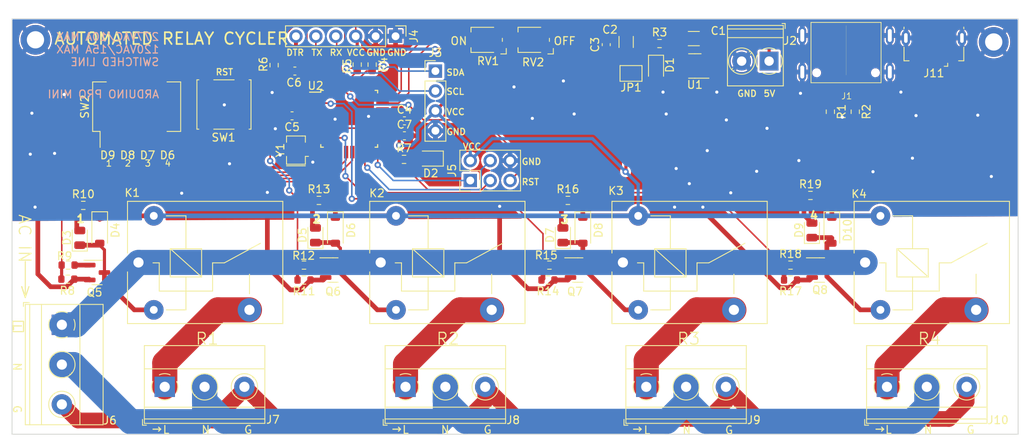
<source format=kicad_pcb>
(kicad_pcb (version 20221018) (generator pcbnew)
  (title_block (title "Automated Relay Cycler") (date "2023-02-25") (rev "1"))
  (layers (0 "F.Cu" signal) (31 "B.Cu" signal) (34 "B.Paste" user) (35 "F.Paste" user) (36 "B.SilkS" user "B.Silkscreen") (37 "F.SilkS" user "F.Silkscreen") (38 "B.Mask" user) (39 "F.Mask" user) (44 "Edge.Cuts" user))
  (net 0 "")
  (net 1 "RAW")
  (net 2 "GND")
  (net 3 "VCC")
  (net 4 "/AREF")
  (net 5 "RESET")
  (net 6 "DTR")
  (net 7 "Net-(D3-K)")
  (net 8 "Net-(D5-K)")
  (net 9 "Net-(D7-K)")
  (net 10 "Net-(D10-A)")
  (net 11 "Net-(J1-CC1)")
  (net 12 "Net-(J1-CC2)")
  (net 13 "A4_SDA")
  (net 14 "SCK")
  (net 15 "RXI")
  (net 16 "TXO")
  (net 17 "MISO")
  (net 18 "MOSI")
  (net 19 "Neutral")
  (net 20 "Earth")
  (net 21 "/Relays/Relay 1/RELAY_OUT")
  (net 22 "/Relays/Relay 2/RELAY_OUT")
  (net 23 "/Relays/Relay 3/RELAY_OUT")
  (net 24 "/Relays/Relay 4/RELAY_OUT")
  (net 25 "Net-(D1-K)")
  (net 26 "A5_SCL")
  (net 27 "Net-(D2-A)")
  (net 28 "D2")
  (net 29 "Net-(D3-A)")
  (net 30 "D3")
  (net 31 "Net-(D5-A)")
  (net 32 "D4")
  (net 33 "Net-(D7-A)")
  (net 34 "D5")
  (net 35 "Net-(D9-A)")
  (net 36 "A0")
  (net 37 "A1")
  (net 39 "Net-(D1-A)")
  (net 40 "Net-(U2-XTAL1{slash}PB6)")
  (net 41 "Net-(U2-XTAL2{slash}PB7)")
  (net 42 "D6")
  (net 43 "D7")
  (net 44 "D8")
  (net 45 "D9")
  (net 46 "D10")
  (net 47 "A6")
  (net 48 "A7")
  (net 49 "A2")
  (net 50 "A3")
  (net 51 "Net-(Q5-B)")
  (net 52 "Net-(Q6-B)")
  (net 53 "Net-(Q7-B)")
  (net 54 "Net-(Q8-B)")
  (net 55 "Common")
  (footprint "TerminalBlock_Phoenix:TerminalBlock_Phoenix_MKDS-1,5-3-5.08_1x03_P5.08mm_Horizontal" (layer "F.Cu") (at 95.96 107.445 -90)
    (fp_text reference "J6")
    (fp_text value "AC input")
  )
  (footprint "TerminalBlock_Phoenix:TerminalBlock_Phoenix_MKDS-1,5-3-5.08_1x03_P5.08mm_Horizontal" (layer "F.Cu") (at 139.775 115.365)
    (fp_text reference "J8")
    (fp_text value "Relay out")
  )
  (footprint "Potentiometer_SMD:Potentiometer_Bourns_TC33X_Vertical" (layer "F.Cu") (at 156.02 71.075 180)
    (fp_text reference "RV2")
    (fp_text value "10k")
  )
  (footprint "MountingHole:MountingHole_2.2mm_M2_DIN965" (layer "F.Cu") (at 190.638 113.3648)
    (fp_text reference "H4" hide)
    (fp_text value "2.2mm")
  )
  (footprint "Diode_SMD:D_SOD-123" (layer "F.Cu") (at 194.13 95.38 -90)
    (fp_text reference "D10")
    (fp_text value "1N4148W")
  )
  (footprint "Diode_SMD:D_SOD-123" (layer "F.Cu") (at 100.785 95.38 -90)
    (fp_text reference "D4")
    (fp_text value "1N4148W")
  )
  (footprint "LED_SMD:LED_0805_2012Metric" (layer "F.Cu") (at 159.84 96.015 90)
    (fp_text reference "D7")
    (fp_text value "GREEN")
  )
  (footprint "Resistor_SMD:R_0603_1608Metric" (layer "F.Cu") (at 191.4 90.935)
    (fp_text reference "R19")
    (fp_text value "300")
  )
  (footprint "Package_QFP:TQFP-32_7x7mm_P0.8mm" (layer "F.Cu") (at 132.595 81.15)
    (fp_text reference "U2")
    (fp_text value "ATmega328P-A")
  )
  (footprint "Resistor_SMD:R_0603_1608Metric" (layer "F.Cu") (at 172.16 71.55)
    (fp_text reference "R3")
    (fp_text value "10k")
  )
  (footprint "Resistor_SMD:R_0603_1608Metric" (layer "F.Cu") (at 126.83 101.73 180)
    (fp_text reference "R11")
    (fp_text value "10K")
  )
  (footprint "Connector_PinHeader_2.54mm:PinHeader_2x03_P2.54mm_Vertical" (layer "F.Cu") (at 148.03 89.03 90)
    (fp_text reference "J5")
    (fp_text value "AVR ISP")
  )
  (footprint "Resistor_SMD:R_0603_1608Metric" (layer "F.Cu") (at 98.69 92.205)
    (fp_text reference "R10")
    (fp_text value "300")
  )
  (footprint "LED_SMD:LED_0805_2012Metric" (layer "F.Cu") (at 128.29 96.015 90)
    (fp_text reference "D5")
    (fp_text value "GREEN")
  )
  (footprint "Capacitor_SMD:C_0603_1608Metric" (layer "F.Cu") (at 139.635 81.41)
    (fp_text reference "C4")
    (fp_text value "0.1uF")
  )
  (footprint "Resistor_SMD:R_0603_1608Metric" (layer "F.Cu") (at 188.86 99.825)
    (fp_text reference "R18")
    (fp_text value "2.7k")
  )
  (footprint "Connector_PinHeader_2.54mm:PinHeader_1x06_P2.54mm_Vertical" (layer "F.Cu") (at 138.505 70.615 -90)
    (fp_text reference "J4")
    (fp_text value "FTDI Basic")
  )
  (footprint "Resistor_SMD:R_0603_1608Metric" (layer "F.Cu") (at 123.0232 74.3036 -90)
    (fp_text reference "R6")
    (fp_text value "10k")
  )
  (footprint "Relay_THT:Relay_SPST_SANYOU_SRD_Series_Form_A" (layer "F.Cu") (at 105.728334 99.49)
    (fp_text reference "K1")
    (fp_text value "SANYOU_SRD_Form_A")
  )
  (footprint "LED_SMD:LED_0805_2012Metric" (layer "F.Cu") (at 191.59 95.38 90)
    (fp_text reference "D9")
    (fp_text value "GREEN")
  )
  (footprint "Diode_SMD:D_SOD-123" (layer "F.Cu") (at 162.38 95.38 -90)
    (fp_text reference "D8")
    (fp_text value "1N4148W")
  )
  (footprint "Relay_THT:Relay_SPST_SANYOU_SRD_Series_Form_A" (layer "F.Cu") (at 136.61 99.49)
    (fp_text reference "K2")
    (fp_text value "SANYOU_SRD_Form_A")
  )
  (footprint "MountingHole:MountingHole_2.2mm_M2_DIN965_Pad" (layer "F.Cu") (at 92.594 71.07)
    (fp_text reference "H1" hide)
    (fp_text value "2.2mm")
  )
  (footprint "Resistor_SMD:R_0603_1608Metric" (layer "F.Cu") (at 188.86 101.73 180)
    (fp_text reference "R17")
    (fp_text value "10K")
  )
  (footprint "Resistor_SMD:R_0603_1608Metric" (layer "F.Cu") (at 126.83 99.825)
    (fp_text reference "R12")
    (fp_text value "2.7k")
  )
  (footprint "LED_SMD:LED_0805_2012Metric" (layer "F.Cu") (at 142.9091 86.2294 180)
    (fp_text reference "D2")
    (fp_text value "GREEN")
  )
  (footprint "Potentiometer_SMD:Potentiometer_Bourns_TC33X_Vertical" (layer "F.Cu") (at 150.02 71.075 180)
    (fp_text reference "RV1")
    (fp_text value "10k")
  )
  (footprint "TerminalBlock_Phoenix:TerminalBlock_Phoenix_MKDS-1,5-3-5.08_1x03_P5.08mm_Horizontal" (layer "F.Cu") (at 201.158334 115.365)
    (fp_text reference "J10")
    (fp_text value "Relay out")
  )
  (footprint "Resistor_SMD:R_0603_1608Metric" (layer "F.Cu") (at 135.52 74.235 -90)
    (fp_text reference "R4")
    (fp_text value "10k")
  )
  (footprint "Package_TO_SOT_SMD:SOT-23-5" (layer "F.Cu") (at 176.6625 74.41 180)
    (fp_text reference "U1")
    (fp_text value "MIC5205-5.0YM5")
  )
  (footprint "Capacitor_SMD:C_0603_1608Metric" (layer "F.Cu") (at 139.635 83.315)
    (fp_text reference "C7")
    (fp_text value "0.1uF")
  )
  (footprint "Button_Switch_SMD:SW_DIP_SPSTx04_Slide_Omron_A6S-410x_W8.9mm_P2.54mm" (layer "F.Cu") (at 105.4972 79.605 90)
    (fp_text reference "SW2")
    (fp_text value "RELAY CONFIG")
  )
  (footprint "Resistor_SMD:R_0603_1608Metric" (layer "F.Cu") (at 158.125 99.825)
    (fp_text reference "R15")
    (fp_text value "2.7k")
  )
  (footprint "Resistor_SMD:R_0603_1608Metric" (layer "F.Cu") (at 160.475 91.57)
    (fp_text reference "R16")
    (fp_text value "300")
  )
  (footprint "Resistor_SMD:R_0603_1608Metric" (layer "F.Cu") (at 197.115 80.25 -90)
    (fp_text reference "R2")
    (fp_text value "10k")
  )
  (footprint "Library:TYPE-C-31-M-14" (layer "F.Cu") (at 195.9412 71.5482 180)
    (fp_text reference "J1")
    (fp_text value "USB_C_Receptacle_USB2.0")
  )
  (footprint "Capacitor_SMD:C_1206_3216Metric" (layer "F.Cu") (at 167.905 71.345 90)
    (fp_text reference "C2")
    (fp_text value "10uF")
  )
  (footprint "Resistor_SMD:R_0603_1608Metric" (layer "F.Cu") (at 139.584 86.331)
    (fp_text reference "R7")
    (fp_text value "330")
  )
  (footprint "Resistor_SMD:R_0603_1608Metric" (layer "F.Cu") (at 128.735 91.57)
    (fp_text reference "R13")
    (fp_text value "300")
  )
  (footprint "Capacitor_SMD:C_1206_3216Metric" (layer "F.Cu") (at 176.53 70.915 180)
    (fp_text reference "C1")
    (fp_text value "10uF")
  )
  (footprint "Connector_USB:USB_Micro-B_GCT_USB3076-30-A" (layer "F.Cu") (at 207.1406 72.037 180)
    (fp_text reference "J11")
    (fp_text value "USB_B_Micro")
  )
  (footprint "Crystal:Resonator_SMD_Murata_CSTxExxV-3Pin_3.0x1.1mm" (layer "F.Cu") (at 125.805 85.15 90)
    (fp_text reference "Y1")
    (fp_text value "16MHz")
  )
  (footprint "Package_TO_SOT_SMD:SOT-23" (layer "F.Cu") (at 100.4525 100.775)
    (fp_text reference "Q5")
    (fp_text value "MMBT3904")
  )
  (footprint "Capacitor_SMD:C_0603_1608Metric" (layer "F.Cu") (at 125.31 80.775 180)
    (fp_text reference "C5")
    (fp_text value "0.1uF")
  )
  (footprint "Capacitor_SMD:C_0603_1608Metric" (layer "F.Cu") (at 125.665 75.06)
    (fp_text reference "C6")
    (fp_text value "0.1uF")
  )
  (footprint "Resistor_SMD:R_0603_1608Metric" (layer "F.Cu") (at 193.94 80.25 -90)
    (fp_text reference "R1")
    (fp_text value "10k")
  )
  (footprint "Resistor_SMD:R_0603_1608Metric" (layer "F.Cu") (at 133.615 74.235 -90)
    (fp_text reference "R5")
    (fp_text value "10k")
  )
  (footprint "LED_SMD:LED_0805_2012Metric" (layer "F.Cu") (at 171.715 74.725 -90)
    (fp_text reference "D1")
    (fp_text value "RED")
  )
  (footprint "Relay_THT:Relay_SPST_SANYOU_SRD_Series_Form_A" (layer "F.Cu") (at 167.491666 99.49)
    (fp_text reference "K3")
    (fp_text value "SANYOU_SRD_Form_A")
  )
  (footprint "TerminalBlock_Phoenix:TerminalBlock_Phoenix_MKDS-1,5-3-5.08_1x03_P5.08mm_Horizontal" (layer "F.Cu") (at 170.466666 115.365)
    (fp_text reference "J9")
    (fp_text value "Relay out")
  )
  (footprint "MountingHole:MountingHole_2.2mm_M2_DIN965_Pad" (layer "F.Cu") (at 214.768 71.345)
    (fp_text reference "H2" hide)
    (fp_text value "2.2mm")
  )
  (footprint "Package_TO_SOT_SMD:SOT-23" (layer "F.Cu") (at 161.745 100.46)
    (fp_text reference "Q7")
    (fp_text value "MMBT3904")
  )
  (footprint "LED_SMD:LED_0805_2012Metric" (layer "F.Cu") (at 98.245 96.3475 90)
    (fp_text reference "D3")
    (fp_text value "GREEN")
  )
  (footprint "Package_TO_SOT_SMD:SOT-23" (layer "F.Cu") (at 130.5275 100.46)
    (fp_text reference "Q6")
    (fp_text value "MMBT3904")
  )
  (footprint "Button_Switch_SMD:SW_SPST_B3S-1000" (layer "F.Cu") (at 116.625 79.325 90)
    (fp_text reference "SW1")
    (fp_text value "B3S-1000")
  )
  (footprint "TerminalBlock_Phoenix:TerminalBlock_Phoenix_MKDS-1,5-3-5.08_1x03_P5.08mm_Horizontal" (layer "F.Cu") (at 109.076785 115.365)
    (fp_text reference "J7")
    (fp_text value "Relay out")
  )
  (footprint "Diode_SMD:D_SOD-123" (layer "F.Cu") (at 130.83 95.38 -90)
    (fp_text reference "D6")
    (fp_text value "1N4148W")
  )
  (footprint "Relay_THT:Relay_SPST_SANYOU_SRD_Series_Form_A" (layer "F.Cu") (at 198.373334 99.49)
    (fp_text reference "K4")
    (fp_text value "SANYOU_SRD_Form_A")
  )
  (footprint "Jumper:SolderJumper-2_P1.3mm_Open_Pad1.0x1.5mm" (layer "F.Cu") (at 168.525 75.36 180)
    (fp_text reference "JP1")
    (fp_text value "SolderJumper_2_Open")
  )
  (footprint "TerminalBlock_Phoenix:TerminalBlock_Phoenix_PT-1,5-2-3.5-H_1x02_P3.50mm_Horizontal" (layer "F.Cu") (at 186.13 73.79 180)
    (fp_text reference "J2")
    (fp_text value "PT-1,5-2-3.5-H")
  )
  (footprint "Resistor_SMD:R_0603_1608Metric" (layer "F.Cu") (at 157.935 101.73 180)
    (fp_text reference "R14")
    (fp_text value "10K")
  )
  (footprint "Package_TO_SOT_SMD:SOT-23" (layer "F.Cu") (at 192.5575 100.46)
    (fp_text reference "Q8")
    (fp_text value "MMBT3904")
  )
  (footprint "MountingHole:MountingHole_2.2mm_M2_DIN965" (layer "F.Cu") (at 129.17 113.3648)
    (fp_text reference "H3" hide)
    (fp_text value "2.2mm")
  )
  (footprint "Resistor_SMD:R_0603_1608Metric" (layer "F.Cu") (at 96.755 99.825)
    (fp_text reference "R9")
    (fp_text value "2.7k")
  )
  (footprint "Capacitor_SMD:C_0603_1608Metric" (layer "F.Cu") (at 165.365 71.69 90)
    (fp_text reference "C3")
    (fp_text value "0.1uF")
  )
  (footprint "Resistor_SMD:R_0603_1608Metric" (layer "F.Cu") (at 96.721 101.6218 180)
    (fp_text reference "R8")
    (fp_text value "10K")
  )
  (footprint "Connector_PinHeader_2.54mm:PinHeader_1x04_P2.54mm_Vertical" (layer "F.Cu") (at 143.585 75.06)
    (fp_text reference "J3")
    (fp_text value "OLED DISPLAY")
  )
  (gr_rect (start 89.699 106.9968) (end 91.0706 108.3176) (stroke (width 0.15)) (fill none) (layer "F.SilkS"))
  (gr_line (start 90.842 102.5772) (end 91.2992 103.9488) (stroke (width 0.15)) (layer "F.SilkS"))
  (gr_line (start 199.761051 120.7694) (end 200.726251 120.7694) (stroke (width 0.15)) (layer "F.SilkS"))
  (gr_line (start 139.131251 120.7694) (end 138.877251 120.5154) (stroke (width 0.15)) (layer "F.SilkS"))
  (gr_line (start 200.726251 120.7694) (end 200.472251 121.0234) (stroke (width 0.15)) (layer "F.SilkS"))
  (gr_line (start 169.814451 120.7694) (end 169.560451 120.5154) (stroke (width 0.15)) (layer "F.SilkS"))
  (gr_line (start 108.549651 120.7694) (end 108.295651 120.5154) (stroke (width 0.15)) (layer "F.SilkS"))
  (gr_line (start 200.726251 120.7694) (end 200.472251 120.5154) (stroke (width 0.15)) (layer "F.SilkS"))
  (gr_line (start 108.549651 120.7694) (end 108.295651 121.0234) (stroke (width 0.15)) (layer "F.SilkS"))
  (gr_line (start 91.2992 103.9488) (end 91.7564 102.5772) (stroke (width 0.15)) (layer "F.SilkS"))
  (gr_line (start 91.2992 103.9488) (end 90.842 102.5772) (stroke (width 0.15)) (layer "F.SilkS"))
  (gr_line (start 169.814451 120.7694) (end 169.560451 121.0234) (stroke (width 0.15)) (layer "F.SilkS"))
  (gr_line (start 107.584451 120.7694) (end 108.549651 120.7694) (stroke (width 0.15)) (layer "F.SilkS"))
  (gr_line (start 138.166051 120.7694) (end 139.131251 120.7694) (stroke (width 0.15)) (layer "F.SilkS"))
  (gr_line (start 168.849251 120.7694) (end 169.814451 120.7694) (stroke (width 0.15)) (layer "F.SilkS"))
  (gr_line (start 91.2992 99.3768) (end 91.2992 103.9488) (stroke (width 0.15)) (layer "F.SilkS"))
  (gr_line (start 139.131251 120.7694) (end 138.877251 121.0234) (stroke (width 0.15)) (layer "F.SilkS"))
  (gr_line (start 89.61 121.415) (end 217.88 121.415) (stroke (width 0.1)) (layer "Edge.Cuts"))
  (gr_line (start 89.61 68.4) (end 89.61 121.415) (stroke (width 0.1)) (layer "Edge.Cuts"))
  (gr_line (start 217.88 121.415) (end 217.88 68.4) (stroke (width 0.1)) (layer "Edge.Cuts"))
  (gr_line (start 217.88 68.4) (end 89.61 68.4) (stroke (width 0.1)) (layer "Edge.Cuts"))
  (gr_text "ARDUINO PRO MINI" (at 108.4436 78.6094) (layer "B.SilkS") (effects (font (size 1 1)) (justify left bottom mirror)))
  (gr_text "277VAC/10A MAX\n120VAC/15A MAX\nSWITCHED LINE" (at 108.4436 74.4946) (layer "B.SilkS") (effects (font (size 1 1)) (justify left bottom mirror)))
  (gr_text "G" (at 149.646851 121.4298) (layer "F.SilkS") (effects (font (size 1 1)) (justify left bottom)))
  (gr_text "N" (at 205.780851 121.4298) (layer "F.SilkS") (effects (font (size 1 1)) (justify left bottom)))
  (gr_text "N" (at 113.680451 121.4298) (layer "F.SilkS") (effects (font (size 1 1)) (justify left bottom)))
  (gr_text "GND" (at 182 78.4) (layer "F.SilkS") (effects (font (size 0.8 0.8)) (justify left bottom)))
  (gr_text "VCC" (at 132.216 73.1676) (layer "F.SilkS") (effects (font (size 0.8 0.8)) (justify left bottom)))
  (gr_text "1" (at 101.494783 87.3) (layer "F.SilkS") (effects (font (size 0.8 0.8) (thickness 0.125)) (justify left bottom)))
  (gr_text "G" (at 89.6736 117.614 -90) (layer "F.SilkS") (effects (font (size 1 1)) (justify left bottom)))
  (gr_text "1" (at 97.7 94.5) (layer "F.SilkS") (effects (font (size 1 1) (thickness 0.25) bold) (justify left bottom)))
  (gr_text "L" (at 89.6736 107.2508 -90) (layer "F.SilkS") (effects (font (size 1 1)) (justify left bottom)))
  (gr_text "GND" (at 137.3468 73.1676) (layer "F.SilkS") (effects (font (size 0.8 0.8)) (justify left bottom)))
  (gr_text "GND" (at 144.916 83.2768) (layer "F.SilkS") (effects (font (size 0.8 0.8)) (justify left bottom)))
  (gr_text "N" (at 89.6736 112.1784 -90) (layer "F.SilkS") (effects (font (size 1 1)) (justify left bottom)))
  (gr_text "OFF" (at 158.5812 71.8071) (layer "F.SilkS") (effects (font (size 1 1)) (justify left bottom)))
  (gr_text "3" (at 106.46 87.3) (layer "F.SilkS") (effects (font (size 0.8 0.8) (thickness 0.125)) (justify left bottom)))
  (gr_text "R1" (at 112.918451 110.1) (layer "F.SilkS") (effects (font (size 1.5 1.5)) (justify left bottom)))
  (gr_text "D6" (at 108.355893 86.3856) (layer "F.SilkS") (effects (font (size 1 1)) (justify left bottom)))
  (gr_text "L" (at 108.752851 121.4298) (layer "F.SilkS") (effects (font (size 1 1)) (justify left bottom)))
  (gr_text "VCC" (at 144.916 80.7368) (layer "F.SilkS") (effects (font (size 0.8 0.8)) (justify left bottom)))
  (gr_text "L" (at 170.068451 121.4806) (layer "F.SilkS") (effects (font (size 1 1)) (justify left bottom)))
  (gr_text "RX" (at 130.0316 73.1676) (layer "F.SilkS") (effects (font (size 0.8 0.8)) (justify left bottom)))
  (gr_text "L" (at 200.853251 121.4298) (layer "F.SilkS") (effects (font (size 1 1)) (justify left bottom)))
  (gr_text "2" (at 127.8016 94.5572) (layer "F.SilkS") (effects (font (size 1 1) (thickness 0.25) bold) (justify left bottom)))
  (gr_text "RST" (at 115.5028 75.6568) (layer "F.SilkS") (effects (font (size 0.8 0.8)) (justify left bottom)))
  (gr_text "RST" (at 154.5184 89.6812) (layer "F.SilkS") (effects (font (size 0.8 0.8)) (justify left bottom)))
  (gr_text "SCL" (at 144.916 78.146) (layer "F.SilkS") (effects (font (size 0.8 0.8)) (justify left bottom)))
  (gr_text "L" (at 139.283651 121.4298) (layer "F.SilkS") (effects (font (size 1 1)) (justify left bottom)))
  (gr_text "G" (at 180.431651 121.4806) (layer "F.SilkS") (effects (font (size 1 1)) (justify left bottom)))
  (gr_text "4" (at 191.2 94.1) (layer "F.SilkS") (effects (font (size 1 1) (thickness 0.25) bold) (justify left bottom)))
  (gr_text "5V" (at 185.3528 78.4) (layer "F.SilkS") (effects (font (size 0.8 0.8)) (justify left bottom)))
  (gr_text "R3" (at 174.308332 110.1) (layer "F.SilkS") (effects (font (size 1.5 1.5)) (justify left bottom)))
  (gr_text "N" (at 174.996051 121.4806) (layer "F.SilkS") (effects (font (size 1 1)) (justify left bottom)))
  (gr_text "AUTOMATED RELAY CYCLER" (at 94.878 71.796) (layer "F.SilkS") (effects (font (size 1.5 1.5) (thickness 0.22)) (justify left bottom)))
  (gr_text "VCC" (at 147 85.16) (layer "F.SilkS") (effects (font (size 0.8 0.8)) (justify left bottom)))
  (gr_text "TX" (at 127.6948 73.1676) (layer "F.SilkS") (effects (font (size 0.8 0.8)) (justify left bottom)))
  (gr_text "D9" (at 100.735893 86.3856) (layer "F.SilkS") (effects (font (size 1 1)) (justify left bottom)))
  (gr_text "G" (at 119.116051 121.4298) (layer "F.SilkS") (effects (font (size 1 1)) (justify left bottom)))
  (gr_text "AC IN" (at 90.334 93.23 270) (layer "F.SilkS") (effects (font (size 1.5 1.5)) (justify left bottom)))
  (gr_text "3" (at 159.3992 94.608) (layer "F.SilkS") (effects (font (size 1 1) (thickness 0.25) bold) (justify left bottom)))
  (gr_text "GND" (at 134.7052 73.1676) (layer "F.SilkS") (effects (font (size 0.8 0.8)) (justify left bottom)))
  (gr_text "4" (at 109 87.3) (layer "F.SilkS") (effects (font (size 0.8 0.8) (thickness 0.125)) (justify left bottom)))
  (gr_text "SDA" (at 144.916 75.7076) (layer "F.SilkS") (effects (font (size 0.8 0.8)) (justify left bottom)))
  (gr_text "2" (at 103.92 87.3) (layer "F.SilkS") (effects (font (size 0.8 0.8) (thickness 0.125)) (justify left bottom)))
  (gr_text "ON" (at 145.424 71.8071) (layer "F.SilkS") (effects (font (size 1 1)) (justify left bottom)))
  (gr_text "GND" (at 154.5184 87.0904) (layer "F.SilkS") (effects (font (size 0.8 0.8)) (justify left bottom)))
  (gr_text "R4" (at 205 110.1) (layer "F.SilkS") (effects (font (size 1.5 1.5)) (justify left bottom)))
  (gr_text "N" (at 144.211251 121.4298) (layer "F.SilkS") (effects (font (size 1 1)) (justify left bottom)))
  (gr_text "D7" (at 105.815893 86.3856) (layer "F.SilkS") (effects (font (size 1 1)) (justify left bottom)))
  (gr_text "R2" (at 143.616666 110.1) (layer "F.SilkS") (effects (font (size 1.5 1.5)) (justify left bottom)))
  (gr_text "G" (at 211.216451 121.4298) (layer "F.SilkS") (effects (font (size 1 1)) (justify left bottom)))
  (gr_text "D8" (at 103.275893 86.3856) (layer "F.SilkS") (effects (font (size 1 1)) (justify left bottom)))
  (gr_text "DTR" (at 124.4944 73.1676) (layer "F.SilkS") (effects (font (size 0.8 0.8)) (justify left bottom)))
  (segment (start 176.7375 73.6123) (end 176.8898 73.46) (width 0.4) (layer "F.Cu") (net 1))
  (segment (start 177.8 71.12) (end 178.005 70.915) (width 0.4) (layer "F.Cu") (net 1))
  (segment (start 186.13 72.0694) (end 185.2024 71.1418) (width 0.4) (layer "F.Cu") (net 1))
  (segment (start 177.8 73.46) (end 177.8 71.12) (width 0.4) (layer "F.Cu") (net 1))
  (segment (start 185.2024 71.1418) (end 178.2318 71.1418) (width 0.4) (layer "F.Cu") (net 1))
  (segment (start 177.8 75.36) (end 177.309683 75.36) (width 0.4) (layer "F.Cu") (net 1))
  (segment (start 176.8898 73.46) (end 177.8 73.46) (width 0.4) (layer "F.Cu") (net 1))
  (segment (start 186.13 73.79) (end 186.13 72.0694) (width 0.4) (layer "F.Cu") (net 1))
  (segment (start 177.309683 75.36) (end 176.7375 74.787817) (width 0.4) (layer "F.Cu") (net 1))
  (segment (start 176.7375 74.787817) (end 176.7375 73.6123) (width 0.4) (layer "F.Cu") (net 1))
  (segment (start 178.2318 71.1418) (end 178.005 70.915) (width 0.4) (layer "F.Cu") (net 1))
  (segment (start 97.546 101.6218) (end 99.4118 101.6218) (width 0.6) (layer "F.Cu") (net 2))
  (segment (start 160.4875 101.73) (end 160.8075 101.41) (width 0.6) (layer "F.Cu") (net 2))
  (segment (start 125.106 102.9934) (end 122.1596 100.047) (width 0.6) (layer "F.Cu") (net 2))
  (segment (start 157.649 102.841) (end 155.3828 102.841) (width 0.6) (layer "F.Cu") (net 2))
  (segment (start 127.655 101.73) (end 126.3916 102.9934) (width 0.6) (layer "F.Cu") (net 2))
  (segment (start 156.8644 69.1194) (end 152.7756 69.1194) (width 0.4) (layer "F.Cu") (net 2))
  (segment (start 129.27 101.73) (end 129.59 101.41) (width 0.6) (layer "F.Cu") (net 2))
  (segment (start 170.978528 69.87) (end 167.905 69.87) (width 0.4) (layer "F.Cu") (net 2))
  (segment (start 96.571 102.5968) (end 94.5342 102.5968) (width 0.6) (layer "F.Cu") (net 2))
  (segment (start 123.1756 82.4194) (end 124.535 81.06) (width 0.2) (layer "F.Cu") (net 2))
  (segment (start 191.3 101.73) (end 191.62 101.41) (width 0.6) (layer "F.Cu") (net 2))
  (segment (start 92.8988 100.9614) (end 92.8988 92.7826) (width 0.6) (layer "F.Cu") (net 2))
  (segment (start 151.776 99.2342) (end 151.776 92.3254) (width 0.6) (layer "F.Cu") (net 2))
  (segment (start 150.502081 82.68) (end 143.585 82.68) (width 0.2) (layer "F.Cu") (net 2))
  (segment (start 188.71 102.705) (end 187.545051 102.705) (width 0.6) (layer "F.Cu") (net 2))
  (segment (start 187.545051 102.705) (end 177.684 92.843949) (width 0.6) (layer "F.Cu") (net 2))
  (segment (start 189.685 101.73) (end 191.3 101.73) (width 0.6) (layer "F.Cu") (net 2))
  (segment (start 127.655 101.73) (end 129.27 101.73) (width 0.6) (layer "F.Cu") (net 2))
  (segment (start 122.1596 100.047) (end 122.1596 90.5474) (width 0.6) (layer "F.Cu") (net 2))
  (segment (start 153.11 85.287919) (end 150.502081 82.68) (width 0.2) (layer "F.Cu") (net 2))
  (segment (start 175.055 70.915) (end 173.62 70.915) (width 0.4) (layer "F.Cu") (net 2))
  (segment (start 158.76 101.73) (end 157.649 102.841) (width 0.6) (layer "F.Cu") (net 2))
  (segment (start 157.82 70.075) (end 156.8644 69.1194) (width 0.4) (layer "F.Cu") (net 2))
  (segment (start 126.3916 102.9934) (end 125.106 102.9934) (width 0.6) (layer "F.Cu") (net 2))
  (segment (start 167.905 69.87) (end 166.41 69.87) (width 0.4) (layer "F.Cu") (net 2))
  (segment (start 177.684 92.843949) (end 177.684 92.427) (width 0.6) (layer "F.Cu") (net 2))
  (segment (start 92.8988 92.7826) (end 92.5432 92.427) (width 0.6) (layer "F.Cu") (net 2))
  (segment (start 158.76 101.73) (end 160.4875 101.73) (width 0.6) (layer "F.Cu") (net 2))
  (segment (start 153.11 86.49) (end 153.11 85.287919) (width 0.2) (layer "F.Cu") (net 2))
  (segment (start 166.41 69.87) (end 165.365 70.915) (width 0.4) (layer "F.Cu") (net 2))
  (segment (start 164.525 70.075) (end 157.82 70.075) (width 0.4) (layer "F.Cu") (net 2))
  (segment (start 172.985 71.55) (end 172.658528 71.55) (width 0.4) (layer "F.Cu") (net 2))
  (segment (start 172.658528 71.55) (end 170.978528 69.87) (width 0.4) (layer "F.Cu") (net 2))
  (segment (start 165.365 70.915) (end 164.525 70.075) (width 0.4) (layer "F.Cu") (net 2))
  (segment (start 173.62 70.915) (end 172.985 71.55) (width 0.4) (layer "F.Cu") (net 2))
  (segment (start 124.535 81.06) (end 124.535 80.775) (width 0.2) (layer "F.Cu") (net 2))
  (segment (start 152.7756 69.1194) (end 151.82 70.075) (width 0.4) (layer "F.Cu") (net 2))
  (segment (start 155.3828 102.841) (end 151.776 99.2342) (width 0.6) (layer "F.Cu") (net 2))
  (segment (start 189.685 101.73) (end 188.71 102.705) (width 0.6) (layer "F.Cu") (net 2))
  (segment (start 97.546 101.6218) (end 96.571 102.5968) (width 0.6) (layer "F.Cu") (net 2))
  (segment (start 99.4118 101.6218) (end 99.515 101.725) (width 0.6) (layer "F.Cu") (net 2))
  (segment (start 140.41 83.315) (end 140.41 81.41) (width 0.2) (layer "F.Cu") (net 2))
  (segment (start 94.5342 102.5968) (end 92.8988 100.9614) (width 0.6) (layer "F.Cu") (net 2))
  (via (at 172.604 77.7458) (size 0.8) (drill 0.4) (layers "F.Cu" "B.Cu") (net 2))
  (via (at 91.9336 85.6706) (size 0.8) (drill 0.4) (layers "F.Cu" "B.Cu") (net 2))
  (via (at 214.4632 88.5154) (size 0.8) (drill 0.4) (layers "F.Cu" "B.Cu") (net 2))
  (via (at 159.904 76.3234) (size 0.8) (drill 0.4) (layers "F.Cu" "B.Cu") (net 2))
  (via (at 199.3756 87.9058) (size 0.8) (drill 0.4) (layers "F.Cu" "B.Cu") (net 2))
  (via (at 181.24 90.5982) (size 0.8) (drill 0.4) (layers "F.Cu" "B.Cu") (net 2))
  (via (at 189.9268 86.4834) (size 0.8) (drill 0.4) (layers "F.Cu" "B.Cu") (net 2))
  (via (at 155.9416 81.0986) (size 0.8) (drill 0.4) (layers "F.Cu" "B.Cu") (net 2))
  (via (at 175.9568 89.4298) (size 0.8) (drill 0.4) (layers "F.Cu" "B.Cu") (net 2))
  (via (at 116.6732 79.3714) (size 0.8) (drill 0.4) (layers "F.Cu" "B.Cu") (net 2))
  (via (at 185.8628 82.3686) (size 0.8) (drill 0.4) (layers "F.Cu" "B.Cu") (net 2))
  (via (at 117.3336 86.8898) (size 0.8) (drill 0.4) (layers "F.Cu" "B.Cu") (net 2))
  (via (at 184.542 87.855) (size 0.8) (drill 0.4) (layers "F.Cu" "B.Cu") (net 2))
  (via (at 174.2804 87.4994) (size 0.8) (drill 0.4) (layers "F.Cu" "B.Cu") (net 2))
  (via (at 111.2376 90.649) (size 0.8) (drill 0.4) (layers "F.Cu" "B.Cu") (net 2))
  (via (at 179.462 77.7458) (size 0.8) (drill 0.4) (layers "F.Cu" "B.Cu") (net 2))
  (via (at 127.9508 86.6866) (size 0.8) (drill 0.4) (layers "F.Cu" "B.Cu") (net 2))
  (via (at 95.0324 85.569) (size 0.8) (drill 0.4) (layers "F.Cu" "B.Cu") (net 2))
  (via (at 190.13 77.8982) (size 0.8) (drill 0.4) (layers "F.Cu" "B.Cu") (net 2))
  (via (at 174.0772 92.427) (size 0.8) (drill 0.4) (layers "F.Cu" "B.Cu") (net 2))
  (via (at 195.464 80.9462) (size 0.8) (drill 0.4) (layers "F.Cu" "B.Cu") (net 2))
  (via (at 177.684 92.427) (size 0.8) (drill 0.4) (layers "F.Cu" "B.Cu") (net 2))
  (via (at 180.6812 81.3018) (size 0.8) (drill 0.4) (layers "F.Cu" "B.Cu") (net 2))
  (via (at 122.7692 77.7966) (size 0.8) (drill 0.4) (layers "F.Cu" "B.Cu") (net 2))
  (via (at 161.2756 80.5398) (size 0.8) (drill 0.4) (layers "F.Cu" "B.Cu") (net 2))
  (via (at 122.1596 90.5474) (size 0.8) (drill 0.4) (layers "F.Cu" "B.Cu") (net 2))
  (via (at 204.862 80.743) (size 0.8) (drill 0.4) (layers "F.Cu" "B.Cu") (net 2))
  (via (at 123.7852 85.7722) (size 0.8) (drill 0.4) (layers "F.Cu" "B.Cu") (net 2))
  (via (at 123.1756 82.4194) (size 0.8) (drill 0.4) (layers "F.Cu" "B.Cu") (net 2))
  (via (at 212.736 80.6922) (size 0.8) (drill 0.4) (layers "F.Cu" "B.Cu") (net 2))
  (via (at 151.776 92.3254) (size 0.8) (drill 0.4) (layers "F.Cu" "B.Cu") (net 2))
  (via (at 204.4048 86.1786) (size 0.8) (drill 0.4) (layers "F.Cu" "B.Cu") (net 2))
  (via (at 173.0104 80.5398) (size 0.8) (drill 0.4) (layers "F.Cu" "B.Cu") (net 2))
  (via (at 202.9316 77.7458) (size 0.8) (drill 0.4) (layers "F.Cu" "B.Cu") (net 2))
  (via (at 130.7956 81.2002) (size 0.8) (drill 0.4) (layers "F.Cu" "B.Cu") (net 2))
  (via (at 96.2516 78.0506) (size 0.8) (drill 0.4) (layers "F.Cu" "B.Cu") (net 2))
  (via (at 178.2428 85.2134) (size 0.8) (drill 0.4) (layers "F.Cu" "B.Cu") (net 2))
  (via (at 92.1368 80.4382) (size 0.8) (drill 0.4) (layers "F.Cu" "B.Cu") (net 2))
  (via (at 92.5432 92.427) (size 0.8) (drill 0.4) (layers "F.Cu" "B.Cu") (net 2))
  (via (at 135.0628 80.8446) (size 0.8) (drill 0.4) (layers "F.Cu" "B.Cu") (net 2))
  (via (at 153.6048 77.0854) (size 0.8) (drill 0.4) (layers "F.Cu" "B.Cu") (net 2))
  (segment (start 157.62 72.275) (end 152.02 72.275) (width 0.4) (layer "F.Cu") (net 3))
  (segment (start 133.615 73.41) (end 133.615 70.805) (width 0.4) (layer "F.Cu") (net 3))
  (segment (start 157.82 72.075) (end 157.62 72.275) (width 0.4) (layer "F.Cu") (net 3))
  (segment (start 138.695 83.15) (end 136.845 83.15) (width 0.2) (layer "F.Cu") (net 3))
  (segment (start 151.62 72.275) (end 143.562 72.275) (width 0.4) (layer "F.Cu") (net 3))
  (segment (start 138.9744 83.4294) (end 138.86 83.315) (width 0.4) (layer "F.Cu") (net 3))
  (segment (start 192.1254 79.1682) (end 192.4485 78.8451) (width 0.4) (layer "F.Cu") (net 3))
  (segment (start 132.822081 68.81) (end 133.425 69.412919) (width 0.2) (layer "F.Cu") (net 3))
  (segment (start 193.4912 77.8024) (end 193.4912 76.5774) (width 0.6) (layer "F.Cu") (net 3))
  (segment (start 135.17 82.35) (end 135.97 83.15) (width 0.2) (layer "F.Cu") (net 3))
  (segment (start 208.4906 74.7776) (end 208.4906 74.1898) (width 0.6) (layer "F.Cu") (net 3))
  (segment (start 164.975 72.075) (end 157.82 72.075) (width 0.4) (layer "F.Cu") (net 3))
  (segment (start 138.56 93.54) (end 131.02 93.54) (width 0.6) (layer "F.Cu") (net 3))
  (segment (start 195.000349 84.6546) (end 198.3912 81.263749) (width 0.6) (layer "F.Cu") (net 3))
  (segment (start 128.345 82.35) (end 127.345 82.35) (width 0.2) (layer "F.Cu") (net 3))
  (segment (start 198.3912 79.6254) (end 198.3912 76.5774) (width 0.6) (layer "F.Cu") (net 3))
  (segment (start 167.875 72.85) (end 167.905 72.82) (width 0.4) (layer "F.Cu") (net 3))
  (segment (start 151.82 72.075) (end 151.62 72.275) (width 0.4) (layer "F.Cu") (net 3))
  (segment (start 202.3728 80.8954) (end 208.4906 74.7776) (width 0.6) (layer "F.Cu") (net 3))
  (segment (start 100.85 93.54) (end 99.515 92.205) (width 0.6) (layer "F.Cu") (net 3))
  (segment (start 192.225 84.6546) (end 195.000349 84.6546) (width 0.6) (layer "F.Cu") (net 3))
  (segment (start 162.57 93.54) (end 162.38 93.73) (width 0.6) (layer "F.Cu") (net 3))
  (segment (start 194.13 92.84) (end 192.225 90.935) (width 0.6) (layer "F.Cu") (net 3))
  (segment (start 192.4485 78.8451) (end 193.4912 77.8024) (width 0.6) (layer "F.Cu") (net 3))
  (segment (start 151.82 72.075) (end 151.65 72.075) (width 0.4) (layer "F.Cu") (net 3))
  (segment (start 128.345 82.35) (end 135.17 82.35) (width 0.2) (layer "F.Cu") (net 3))
  (segment (start 192.225 90.935) (end 192.225 84.6546) (width 0.6) (layer "F.Cu") (net 3))
  (segment (start 167.875 75.36) (end 167.875 79.1682) (width 0.4) (layer "F.Cu") (net 3))
  (segment (start 165.365 72.465) (end 164.975 72.075) (width 0.4) (layer "F.Cu") (net 3))
  (segment (start 135.52 73.41) (end 133.615 73.41) (width 0.4) (layer "F.Cu") (net 3))
  (segment (start 198.3912 80.8954) (end 198.3912 79.6254) (width 0.6) (layer "F.Cu") (net 3))
  (segment (start 135.97 83.15) (end 136.845 83.15) (width 0.2) (layer "F.Cu") (net 3))
  (segment (start 167.875 79.1682) (end 192.1254 79.1682) (width 0.4) (layer "F.Cu") (net 3))
  (segment (start 107.678334 93.54) (end 101.23 93.54) (width 0.6) (layer "F.Cu") (net 3))
  (segment (start 130.83 92.84) (end 129.56 91.57) (width 0.6) (layer "F.Cu") (net 3))
  (segment (start 198.3912 81.263749) (end 198.3912 80.8954) (width 0.6) (layer "F.Cu") (net 3))
  (segment (start 138.86 83.315) (end 138.695 83.15) (width 0.2) (layer "F.Cu") (net 3))
  (segment (start 192.225 79.0686) (end 192.4485 78.8451) (width 0.6) (layer "F.Cu") (net 3))
  (segment (start 167.875 75.36) (end 167.875 72.85) (width 0.4) (layer "F.Cu") (net 3))
  (segment (start 123.0232 73.4786) (end 123.0232 71.770454) (width 0.2) (layer "F.Cu") (net 3))
  (segment (start 198.3912 80.8954) (end 202.3728 80.8954) (width 0.6) (layer "F.Cu") (net 3))
  (segment (start 165.72 72.82) (end 165.365 72.465) (width 0.4) (layer "F.Cu") (net 3))
  (segment (start 167.905 72.82) (end 165.72 72.82) (width 0.4) (layer "F.Cu") (net 3))
  (segment (start 133.425 69.412919) (end 133.425 70.615) (width 0.2) (layer "F.Cu") (net 3))
  (segment (start 130.83 93.73) (end 130.83 92.84) (width 0.6) (layer "F.Cu") (net 3))
  (segment (start 101.23 93.54) (end 100.85 93.54) (width 0.6) (layer "F.Cu") (net 3))
  (segment (start 128.345 80.75) (end 126.11 80.75) (width 0.2) (layer "F.Cu") (net 3))
  (segment (start 151.65 72.075) (end 143.585 80.14) (width 0.4) (layer "F.Cu") (net 3))
  (segment (start 125.983654 68.81) (end 132.822081 68.81) (width 0.2) (layer "F.Cu") (net 3))
  (segment (start 192.225 84.6546) (end 192.225 79.0686) (width 0.6) (layer "F.Cu") (net 3))
  (segment (start 169.441666 93.54) (end 162.57 93.54) (width 0.6) (layer "F.Cu") (net 3))
  (segment (start 130.83 93.73) (end 131.02 93.54) (width 0.6) (layer "F.Cu") (net 3))
  (segment (start 162.38 92.65) (end 161.3 91.57) (width 0.6) (layer "F.Cu") (net 3))
  (segment (start 194.13 93.73) (end 194.13 92.84) (width 0.6) (layer "F.Cu") (net 3))
  (segment (start 138.9744 84.553) (end 138.9744 83.4294) (width 0.4) (layer "F.Cu") (net 3))
  (segment (start 152.02 72.275) (end 151.82 72.075) (width 0.4) (layer "F.Cu") (net 3))
  (segment (start 200.323334 93.54) (end 194.32 93.54) (width 0.6) (layer "F.Cu") (net 3))
  (segment (start 162.38 93.73) (end 162.38 92.65) (width 0.6) (layer "F.Cu") (net 3))
  (segment (start 167.875 87.8596) (end 167.8288 87.9058) (width 0.4) (layer "F.Cu") (net 3))
  (segment (start 123.0232 71.770454) (end 125.983654 68.81) (width 0.2) (layer "F.Cu") (net 3))
  (segment (start 127.345 82.35) (end 126.085 81.09) (width 0.2) (layer "F.Cu") (net 3))
  (segment (start 133.615 70.805) (end 133.425 70.615) (width 0.4) (layer "F.Cu") (net 3))
  (segment (start 143.562 72.275) (end 143.5464 72.2594) (width 0.4) (layer "F.Cu") (net 3))
  (segment (start 101.23 93.54) (end 100.785 93.985) (width 0.6) (layer "F.Cu") (net 3))
  (segment (start 194.32 93.54) (end 194.13 93.73) (width 0.6) (layer "F.Cu") (net 3))
  (segment (start 167.875 79.1682) (end 167.875 87.8596) (width 0.4) (layer "F.Cu") (net 3))
  (via (at 143.5464 72.2594) (size 0.8) (drill 0.4) (layers "F.Cu" "B.Cu") (net 3))
  (via (at 138.9744 84.553) (size 0.8) (drill 0.4) (layers "F.Cu" "B.Cu") (net 3))
  (via (at 167.8288 87.9058) (size 0.8) (drill 0.4) (layers "F.Cu" "B.Cu") (net 3))
  (segment (start 143.5464 72.2594) (end 135.0694 72.2594) (width 0.4) (layer "B.Cu") (net 3))
  (segment (start 169.4544 89.5314) (end 169.441666 89.518666) (width 0.4) (layer "B.Cu") (net 3))
  (segment (start 107.678334 93.54) (end 138.56 93.54) (width 0.6) (layer "B.Cu") (net 3))
  (segment (start 169.441666 93.54) (end 200.323334 93.54) (width 0.6) (layer "B.Cu") (net 3))
  (segment (start 141.3112 83.791) (end 140.5492 84.553) (width 0.4) (layer "B.Cu") (net 3))
  (segment (start 143.585 80.14) (end 141.3112 82.4138) (width 0.4) (layer "B.Cu") (net 3))
  (segment (start 148.03 84.585) (end 143.585 80.14) (width 0.4) (layer "B.Cu") (net 3))
  (segment (start 135.0694 72.2594) (end 133.425 70.615) (width 0.4) (layer "B.Cu") (net 3))
  (segment (start 163.6124 83.6894) (end 169.4036 89.4806) (width 0.4) (layer "B.Cu") (net 3))
  (segment (start 148.03 86.49) (end 148.03 84.585) (width 0.4) (layer "B.Cu") (net 3))
  (segment (start 138.56 93.54) (end 169.441666 93.54) (width 0.6) (layer "B.Cu") (net 3))
  (segment (start 141.3112 82.4138) (end 141.3112 83.791) (width 0.4) (layer "B.Cu") (net 3))
  (segment (start 140.5492 84.553) (end 138.9744 84.553) (width 0.4) (layer "B.Cu") (net 3))
  (segment (start 150.8306 83.6894) (end 163.6124 83.6894) (width 0.4) (layer "B.Cu") (net 3))
  (segment (start 169.441666 89.518666) (end 169.441666 93.54) (width 0.4) (layer "B.Cu") (net 3))
  (segment (start 169.4036 89.5314) (end 169.4544 89.5314) (width 0.4) (layer "B.Cu") (net 3))
  (segment (start 148.03 86.49) (end 150.8306 83.6894) (width 0.4) (layer "B.Cu") (net 3))
  (segment (start 169.4036 89.4806) (end 169.4036 89.5314) (width 0.4) (layer "B.Cu") (net 3))
  (segment (start 138.86 81.41) (end 138.72 81.55) (width 0.2) (layer "F.Cu") (net 4))
  (segment (start 138.72 81.55) (end 136.845 81.55) (width 0.2) (layer "F.Cu") (net 4))
  (segment (start 122.235 75.835) (end 119.36 75.835) (width 0.2) (layer "F.Cu") (net 5))
  (segment (start 132.195 75.5892) (end 132.195 76.9) (width 0.2) (layer "F.Cu") (net 5))
  (segment (start 126.9152 75.835) (end 127.195 75.5552) (width 0.2) (layer "F.Cu") (net 5))
  (segment (start 132.195 77.7736) (end 132.195 76.9) (width 0.2) (layer "F.Cu") (net 5))
  (segment (start 125.665 75.835) (end 126.9152 75.835) (width 0.2) (layer "F.Cu") (net 5))
  (segment (start 119.36 75.835) (end 118.875 75.35) (width 0.2) (layer "F.Cu") (net 5))
  (segment (start 132.035 72.29) (end 131.5576 72.7674) (width 0.2) (layer "F.Cu") (net 5))
  (segment (start 131.5576 74.9518) (end 132.195 75.5892) (width 0.2) (layer "F.Cu") (net 5))
  (segment (start 127.195 69.3068) (end 127.2904 69.2114) (width 0.2) (layer "F.Cu") (net 5))
  (segment (start 127.2904 69.2114) (end 132.0148 69.2114) (width 0.2) (layer "F.Cu") (net 5))
  (segment (start 118.875 75.35) (end 118.875 83.3) (width 0.2) (layer "F.Cu") (net 5))
  (segment (start 153.11 89.03) (end 154.26 87.88) (width 0.2) (layer "F.Cu") (net 5))
  (segment (start 132.0148 69.2114) (end 132.035 69.2316) (width 0.2) (layer "F.Cu") (net 5))
  (segment (start 149.6814 81.29) (end 142.0614 81.29) (width 0.2) (layer "F.Cu") (net 5))
  (segment (start 154.26 85.8686) (end 149.6814 81.29) (width 0.2) (layer "F.Cu") (net 5))
  (segment (start 154.26 87.88) (end 154.26 85.8686) (width 0.2) (layer "F.Cu") (net 5))
  (segment (start 132.726 78.3046) (end 132.195 77.7736) (width 0.2) (layer "F.Cu") (net 5))
  (segment (start 132.035 69.2316) (end 132.035 72.29) (width 0.2) (layer "F.Cu") (net 5))
  (segment (start 123.01 75.06) (end 122.235 75.835) (width 0.2) (layer "F.Cu") (net 5))
  (segment (start 131.5576 72.7674) (end 131.5576 74.9518) (width 0.2) (layer "F.Cu") (net 5))
  (segment (start 123.01 75.06) (end 124.89 75.06) (width 0.2) (layer "F.Cu") (net 5))
  (segment (start 124.89 75.06) (end 125.665 75.835) (width 0.2) (layer "F.Cu") (net 5))
  (segment (start 142.0614 81.29) (end 140.1428 79.3714) (width 0.2) (layer "F.Cu") (net 5))
  (segment (start 127.195 75.5552) (end 127.195 69.3068) (width 0.2) (layer "F.Cu") (net 5))
  (via (at 140.1428 79.3714) (size 0.8) (drill 0.4) (layers "F.Cu" "B.Cu") (net 5))
  (via (at 132.726 78.3046) (size 0.8) (drill 0.4) (layers "F.Cu" "B.Cu") (net 5))
  (segment (start 140.1428 79.3714) (end 133.7928 79.3714) (width 0.2) (layer "B.Cu") (net 5))
  (segment (start 133.7928 79.3714) (end 132.726 78.3046) (width 0.2) (layer "B.Cu") (net 5))
  (segment (start 126.3252 74.0882) (end 126.3252 74.9452) (width 0.5) (layer "F.Cu") (net 6))
  (segment (start 125.805 73.568) (end 126.3252 74.0882) (width 0.5) (layer "F.Cu") (net 6))
  (segment (start 125.805 70.615) (end 125.805 73.568) (width 0.5) (layer "F.Cu") (net 6))
  (segment (start 126.3252 74.9452) (end 126.44 75.06) (width 0.5) (layer "F.Cu") (net 6))
  (segment (start 101.39 97.89) (end 100.785 97.285) (width 0.4) (layer "F.Cu") (net 7))
  (segment (start 101.39 100.775) (end 101.39 97.89) (width 0.4) (layer "F.Cu") (net 7))
  (segment (start 98.245 97.285) (end 100.785 97.285) (width 0.6) (layer "F.Cu") (net 7))
  (segment (start 105.199 105.54) (end 101.39 101.731) (width 0.6) (layer "F.Cu") (net 7))
  (segment (start 101.39 101.731) (end 101.39 100.775) (width 0.6) (layer "F.Cu") (net 7))
  (segment (start 107.678334 105.54) (end 105.199 105.54) (width 0.6) (layer "F.Cu") (net 7))
  (segment (start 138.56 105.54) (end 136.187 105.54) (width 0.6) (layer "F.Cu") (net 8))
  (segment (start 131.465 100.818) (end 131.465 100.46) (width 0.6) (layer "F.Cu") (net 8))
  (segment (start 130.7525 96.9525) (end 130.83 97.03) (width 0.6) (layer "F.Cu") (net 8))
  (segment (start 128.29 96.9525) (end 130.7525 96.9525) (width 0.6) (layer "F.Cu") (net 8))
  (segment (start 136.187 105.54) (end 131.465 100.818) (width 0.6) (layer "F.Cu") (net 8))
  (segment (start 131.465 100.46) (end 131.465 97.665) (width 0.4) (layer "F.Cu") (net 8))
  (segment (start 131.465 97.665) (end 130.83 97.03) (width 0.4) (layer "F.Cu") (net 8))
  (segment (start 169.441666 105.54) (end 167.7625 105.54) (width 0.6) (layer "F.Cu") (net 9))
  (segment (start 159.84 96.9525) (end 162.3025 96.9525) (width 0.6) (layer "F.Cu") (net 9))
  (segment (start 162.38 97.03) (end 162.38 100.1575) (width 0.6) (layer "F.Cu") (net 9))
  (segment (start 162.38 100.1575) (end 162.6825 100.46) (width 0.6) (layer "F.Cu") (net 9))
  (segment (start 167.7625 105.54) (end 162.6825 100.46) (width 0.6) (layer "F.Cu") (net 9))
  (segment (start 162.3025 96.9525) (end 162.38 97.03) (width 0.6) (layer "F.Cu") (net 9))
  (segment (start 191.59 96.3175) (end 194.0525 96.3175) (width 0.6) (layer "F.Cu") (net 10))
  (segment (start 194.0525 96.3175) (end 194.13 96.395) (width 0.6) (layer "F.Cu") (net 10))
  (segment (start 197.7566 105.54) (end 193.495 101.2784) (width 0.6) (layer "F.Cu") (net 10))
  (segment (start 193.495 101.2784) (end 193.495 100.46) (width 0.6) (layer "F.Cu") (net 10))
  (segment (start 193.495 100.46) (end 193.495 97.03) (width 0.6) (layer "F.Cu") (net 10))
  (segment (start 193.495 97.03) (end 194.13 96.395) (width 0.6) (layer "F.Cu") (net 10))
  (segment (start 200.323334 105.54) (end 197.7566 105.54) (width 0.6) (layer "F.Cu") (net 10))
  (segment (start 197.115 79.425) (end 197.23 79.31) (width 0.2) (layer "F.Cu") (net 11))
  (segment (start 197.23 79.31) (end 197.23 76.985) (width 0.2) (layer "F.Cu") (net 11))
  (segment (start 194.23 76.985) (end 194.23 79.135) (width 0.2) (layer "F.Cu") (net 12))
  (segment (start 194.23 79.135) (end 193.94 79.425) (width 0.2) (layer "F.Cu") (net 12))
  (segment (start 136.1245 74.4555) (end 135.52 75.06) (width 0.2) (layer "F.Cu") (net 13))
  (segment (start 136.9932 74.4555) (end 136.1245 74.4555) (width 0.2) (layer "F.Cu") (net 13))
  (segment (start 133.795 76.9) (end 133.795 76.062107) (width 0.2) (layer "F.Cu") (net 13))
  (segment (start 134.797107 75.06) (end 135.52 75.06) (width 0.2) (layer "F.Cu") (net 13))
  (segment (start 133.795 76.062107) (end 134.797107 75.06) (width 0.2) (layer "F.Cu") (net 13))
  (via (at 136.9932 74.4555) (size 0.8) (drill 0.4) (layers "F.Cu" "B.Cu") (net 13))
  (segment (start 143.585 75.06) (end 138.8794 75.06) (width 0.2) (layer "B.Cu") (net 13))
  (segment (start 138.3648 74.5454) (end 137.0831 74.5454) (width 0.2) (layer "B.Cu") (net 13))
  (segment (start 137.0831 74.5454) (end 136.9932 74.4555) (width 0.2) (layer "B.Cu") (net 13))
  (segment (start 138.8794 75.06) (end 138.3648 74.5454) (width 0.2) (layer "B.Cu") (net 13))
  (segment (start 138.759 86.331) (end 136.845 84.417) (width 0.2) (layer "F.Cu") (net 14))
  (segment (start 142.608 90.18) (end 138.759 86.331) (width 0.2) (layer "F.Cu") (net 14))
  (segment (start 136.845 84.417) (end 136.845 83.95) (width 0.2) (layer "F.Cu") (net 14))
  (segment (start 150.57 89.1118) (end 149.5018 90.18) (width 0.2) (layer "F.Cu") (net 14))
  (segment (start 150.57 89.03) (end 150.57 89.1118) (width 0.2) (layer "F.Cu") (net 14))
  (segment (start 149.5018 90.18) (end 142.608 90.18) (width 0.2) (layer "F.Cu") (net 14))
  (segment (start 131.395 76.9) (end 131.395 75.4496) (width 0.2) (layer "F.Cu") (net 15))
  (segment (start 131.395 75.4496) (end 130.9988 75.0534) (width 0.2) (layer "F.Cu") (net 15))
  (segment (start 130.9988 75.0534) (end 130.9988 70.7288) (width 0.2) (layer "F.Cu") (net 15))
  (segment (start 130.9988 70.7288) (end 130.885 70.615) (width 0.2) (layer "F.Cu") (net 15))
  (segment (start 128.345 72.7044) (end 128.345 70.615) (width 0.2) (layer "F.Cu") (net 16))
  (segment (start 130.595 76.9) (end 130.595 74.9544) (width 0.2) (layer "F.Cu") (net 16))
  (segment (start 130.595 74.9544) (end 128.345 72.7044) (width 0.2) (layer "F.Cu") (net 16))
  (segment (start 136.2312 86.2362) (end 135.395 85.4) (width 0.2) (layer "F.Cu") (net 17))
  (segment (start 136.2312 87.0422) (end 136.2312 86.2362) (width 0.2) (layer "F.Cu") (net 17))
  (via (at 136.2312 87.0422) (size 0.8) (drill 0.4) (layers "F.Cu" "B.Cu") (net 17))
  (segment (start 148.03 89.03) (end 138.219 89.03) (width 0.2) (layer "B.Cu") (net 17))
  (segment (start 138.219 89.03) (end 136.2312 87.0422) (width 0.2) (layer "B.Cu") (net 17))
  (segment (start 134.9104 87.3978) (end 134.595 87.0824) (width 0.2) (layer "F.Cu") (net 18))
  (segment (start 134.595 87.0824) (end 134.595 85.4) (width 0.2) (layer "F.Cu") (net 18))
  (via (at 134.9104 87.3978) (size 0.8) (drill 0.4) (layers "F.Cu" "B.Cu") (net 18))
  (segment (start 149.42 87.64) (end 149.42 89.94) (width 0.2) (layer "B.Cu") (net 18))
  (segment (start 137.7044 90.1918) (end 134.9104 87.3978) (width 0.2) (layer "B.Cu") (net 18))
  (segment (start 149.1682 90.1918) (end 137.7044 90.1918) (width 0.2) (layer "B.Cu") (net 18))
  (segment (start 149.42 89.94) (end 149.1682 90.1918) (width 0.2) (layer "B.Cu") (net 18))
  (segment (start 150.57 86.49) (end 149.42 87.64) (width 0.2) (layer "B.Cu") (net 18))
  (segment (start 114.163334 115.365) (end 114.163334 117.203477) (width 3.2) (layer "B.Cu") (net 19))
  (segment (start 178.108189 119.765) (end 204.340874 119.765) (width 3.2) (layer "B.Cu") (net 19))
  (segment (start 144.855 117.203477) (end 147.416523 119.765) (width 3.2) (layer "B.Cu") (net 19))
  (segment (start 116.724857 119.765) (end 144.175 119.765) (width 3.2) (layer "B.Cu") (net 19))
  (segment (start 104.733334 119.815) (end 113.433334 119.815) (width 3.2) (layer "B.Cu") (net 19))
  (segment (start 175.546666 117.203477) (end 178.108189 119.765) (width 3.2) (layer "B.Cu") (net 19))
  (segment (start 144.855 119.085) (end 144.855 115.365) (width 3.2) (layer "B.Cu") (net 19))
  (segment (start 173.1044 119.765) (end 175.546666 117.322734) (width 3.2) (layer "B.Cu") (net 19))
  (segment (start 144.855 115.365) (end 144.855 117.203477) (width 3.2) (layer "B.Cu") (net 19))
  (segment (start 175.546666 115.365) (end 175.546666 117.203477) (width 3.2) (layer "B.Cu") (net 19))
  (segment (start 114.163334 117.203477) (end 116.724857 119.765) (width 3.2) (layer "B.Cu") (net 19))
  (segment (start 204.340874 119.765) (end 206.238334 117.86754) (width 3.2) (layer "B.Cu") (net 19))
  (segment (start 97.443334 112.525) (end 104.733334 119.815) (width 3.2) (layer "B.Cu") (net 19))
  (segment (start 206.238334 117.86754) (end 206.238334 115.365) (width 3.2) (layer "B.Cu") (net 19))
  (segment (start 175.546666 117.322734) (end 175.546666 115.365) (width 3.2) (layer "B.Cu") (net 19))
  (segment (start 114.163334 119.085) (end 114.163334 115.365) (width 3.2) (layer "B.Cu") (net 19))
  (segment (start 95.96 112.525) (end 97.443334 112.525) (width 3.2) (layer "B.Cu") (net 19))
  (segment (start 147.416523 119.765) (end 173.1044 119.765) (width 3.2) (layer "B.Cu") (net 19))
  (segment (start 144.175 119.765) (end 144.855 119.085) (width 3.2) (layer "B.Cu") (net 19))
  (segment (start 113.433334 119.815) (end 114.163334 119.085) (width 3.2) (layer "B.Cu") (net 19))
  (segment (start 115.246546 119.6558) (end 119.243334 115.659012) (width 2) (layer "F.Cu") (net 20))
  (segment (start 180.626666 115.365) (end 184.726666 119.465) (width 2) (layer "F.Cu") (net 20))
  (segment (start 180.626666 117.203477) (end 180.626666 115.365) (width 2) (layer "F.Cu") (net 20))
  (segment (start 211.318334 117.203477) (end 211.318334 115.365) (width 2) (layer "F.Cu") (net 20))
  (segment (start 119.243334 115.659012) (end 119.243334 115.365) (width 2) (layer "F.Cu") (net 20))
  (segment (start 119.243334 115.365) (end 123.343334 119.465) (width 2) (layer "F.Cu") (net 20))
  (segment (start 209.056811 119.465) (end 211.318334 117.203477) (width 2) (layer "F.Cu") (net 20))
  (segment (start 95.96 117.605) (end 98.0108 119.6558) (width 2) (layer "F.Cu") (net 20))
  (segment (start 178.365143 119.465) (end 180.626666 117.203477) (width 2) (layer "F.Cu") (net 20))
  (segment (start 149.935 115.365) (end 154.035 119.465) (width 2) (layer "F.Cu") (net 20))
  (segment (start 154.035 119.465) (end 178.365143 119.465) (width 2) (layer "F.Cu") (net 20))
  (segment (start 98.0108 119.6558) (end 115.246546 119.6558) (width 2) (layer "F.Cu") (net 20))
  (segment (start 149.935 117.203477) (end 149.935 115.365) (width 2) (layer "F.Cu") (net 20))
  (segment (start 184.726666 119.465) (end 209.056811 119.465) (width 2) (layer "F.Cu") (net 20))
  (segment (start 123.343334 119.465) (end 147.673477 119.465) (width 2) (layer "F.Cu") (net 20))
  (segment (start 147.673477 119.465) (end 149.935 117.203477) (width 2) (layer "F.Cu") (net 20))
  (segment (start 109.083334 112.310466) (end 109.083334 115.365) (width 3.2) (layer "F.Cu") (net 21))
  (segment (start 115.8538 105.54) (end 109.083334 112.310466) (width 3.2) (layer "F.Cu") (net 21))
  (segment (start 119.878334 105.54) (end 115.8538 105.54) (width 3.2) (layer "F.Cu") (net 21))
  (segment (start 150.76 105.54) (end 146.7402 105.54) (width 3.2) (layer "F.Cu") (net 22))
  (segment (start 139.775 112.5052) (end 139.775 115.365) (width 3.2) (layer "F.Cu") (net 22))
  (segment (start 146.7402 105.54) (end 139.775 112.5052) (width 3.2) (layer "F.Cu") (net 22))
  (segment (start 181.641666 105.54) (end 176.9154 105.54) (width 3.2) (layer "F.Cu") (net 23))
  (segment (start 176.9154 105.54) (end 170.466666 111.988734) (width 3.2) (layer "F.Cu") (net 23))
  (segment (start 170.466666 111.988734) (end 170.466666 115.365) (width 3.2) (layer "F.Cu") (net 23))
  (segment (start 201.158334 112.843866) (end 201.158334 115.365) (width 3.2) (layer "F.Cu") (net 24))
  (segment (start 212.523334 105.54) (end 208.4622 105.54) (width 3.2) (layer "F.Cu") (net 24))
  (segment (start 208.4622 105.54) (end 201.158334 112.843866) (width 3.2) (layer "F.Cu") (net 24))
  (segment (start 171.715 73.7875) (end 171.715 72.996) (width 0.4) (layer "F.Cu") (net 25))
  (segment (start 171.334 71.551) (end 171.335 71.55) (width 0.4) (layer "F.Cu") (net 25))
  (segment (start 171.715 72.996) (end 171.334 72.615) (width 0.4) (layer "F.Cu") (net 25))
  (segment (start 171.334 72.615) (end 171.334 71.551) (width 0.4) (layer "F.Cu") (net 25))
  (segment (start 132.274972 74.679928) (end 133.234928 74.679928) (width 0.2) (layer "F.Cu") (net 26))
  (segment (start 132.995 75.68) (end 133.615 75.06) (width 0.2) (layer "F.Cu") (net 26))
  (segment (start 132.995 76.9) (end 132.995 75.68) (width 0.2) (layer "F.Cu") (net 26))
  (segment (start 133.234928 74.679928) (end 133.615 75.06) (width 0.2) (layer "F.Cu") (net 26))
  (via (at 132.274972 74.679928) (size 0.8) (drill 0.4) (layers "F.Cu" "B.Cu") (net 26))
  (segment (start 136.6884 75.3074) (end 132.902444 75.3074) (width 0.2) (layer "B.Cu") (net 26))
  (segment (start 143.585 77.6) (end 138.981 77.6) (width 0.2) (layer "B.Cu") (net 26))
  (segment (start 138.981 77.6) (end 136.6884 75.3074) (width 0.2) (layer "B.Cu") (net 26))
  (segment (start 132.902444 75.3074) (end 132.274972 74.679928) (width 0.2) (layer "B.Cu") (net 26))
  (segment (start 140.409 86.331) (end 141.87 86.331) (width 0.2) (layer "F.Cu") (net 27))
  (segment (start 141.87 86.331) (end 141.9716 86.2294) (width 0.2) (layer "F.Cu") (net 27))
  (segment (start 95.9468 99.8082) (end 95.93 99.825) (width 0.2) (layer "F.Cu") (net 28))
  (segment (start 118.560895 85.531643) (end 114.095843 85.531643) (width 0.2) (layer "F.Cu") (net 28))
  (segment (start 127.192538 76.9) (end 118.560895 85.531643) (width 0.2) (layer "F.Cu") (net 28))
  (segment (start 129.795 76.9) (end 127.192538 76.9) (width 0.2) (layer "F.Cu") (net 28))
  (segment (start 95.93 101.5878) (end 95.896 101.6218) (width 0.4) (layer "F.Cu") (net 28))
  (segment (start 95.9468 87.8954) (end 95.9468 99.8082) (width 0.2) (layer "F.Cu") (net 28))
  (segment (start 102.1848 81.6574) (end 95.9468 87.8954) (width 0.2) (layer "F.Cu") (net 28))
  (segment (start 95.93 99.825) (end 95.93 101.5878) (width 0.4) (layer "F.Cu") (net 28))
  (segment (start 110.2216 81.6574) (end 102.1848 81.6574) (width 0.2) (layer "F.Cu") (net 28))
  (segment (start 114.095843 85.531643) (end 110.2216 81.6574) (width 0.2) (layer "F.Cu") (net 28))
  (segment (start 97.865 92.205) (end 97.865 95.03) (width 0.6) (layer "F.Cu") (net 29))
  (segment (start 97.865 95.03) (end 98.245 95.41) (width 0.6) (layer "F.Cu") (net 29))
  (segment (start 127.185538 78.457) (end 125.285 80.357538) (width 0.2) (layer "F.Cu") (net 30))
  (segment (start 128.345 78.35) (end 128.345 78.4184) (width 0.2) (layer "F.Cu") (net 30))
  (segment (start 128.345 78.4184) (end 128.3064 78.457) (width 0.2) (layer "F.Cu") (net 30))
  (segment (start 124.9536 90.2934) (end 126.005 91.3448) (width 0.2) (layer "F.Cu") (net 30))
  (segment (start 126.005 101.73) (end 126.005 99.825) (width 0.4) (layer "F.Cu") (net 30))
  (segment (start 125.285 80.357538) (end 125.285 81.7324) (width 0.2) (layer "F.Cu") (net 30))
  (segment (start 126.005 91.3448) (end 126.005 99.825) (width 0.2) (layer "F.Cu") (net 30))
  (segment (start 128.3064 78.457) (end 127.185538 78.457) (width 0.2) (layer "F.Cu") (net 30))
  (segment (start 122.5152 84.5022) (end 122.5152 86.5342) (width 0.2) (layer "F.Cu") (net 30))
  (segment (start 125.285 81.7324) (end 122.5152 84.5022) (width 0.2) (layer "F.Cu") (net 30))
  (via (at 124.9536 90.2934) (size 0.8) (drill 0.4) (layers "F.Cu" "B.Cu") (net 30))
  (via (at 122.5152 86.5342) (size 0.8) (drill 0.4) (layers "F.Cu" "B.Cu") (net 30))
  (segment (start 124.9536 88.9726) (end 124.9536 90.2934) (width 0.2) (layer "B.Cu") (net 30))
  (segment (start 122.5152 86.5342) (end 124.9536 88.9726) (width 0.2) (layer "B.Cu") (net 30))
  (segment (start 127.91 91.57) (end 127.91 94.6975) (width 0.6) (layer "F.Cu") (net 31))
  (segment (start 127.91 94.6975) (end 128.29 95.0775) (width 0.6) (layer "F.Cu") (net 31))
  (segment (start 157.3 99.825) (end 157.3 101.54) (width 0.6) (layer "F.Cu") (net 32))
  (segment (start 157.3 101.54) (end 157.11 101.73) (width 0.6) (layer "F.Cu") (net 32))
  (segment (start 130.1678 79.15) (end 130.2368 79.219) (width 0.2) (layer "F.Cu") (net 32))
  (segment (start 152.8428 91.3602) (end 157.3 95.8174) (width 0.2) (layer "F.Cu") (net 32))
  (segment (start 132.9292 91.3602) (end 152.8428 91.3602) (width 0.2) (layer "F.Cu") (net 32))
  (segment (start 128.345 79.15) (end 130.1678 79.15) (width 0.2) (layer "F.Cu") (net 32))
  (segment (start 157.3 95.8174) (end 157.3 99.825) (width 0.2) (layer "F.Cu") (net 32))
  (via (at 132.9292 91.3602) (size 0.8) (drill 0.4) (layers "F.Cu" "B.Cu") (net 32))
  (via (at 130.2368 79.219) (size 0.8) (drill 0.4) (layers "F.Cu" "B.Cu") (net 32))
  (segment (start 132.9292 80.235) (end 132.9292 91.3602) (width 0.2) (layer "B.Cu") (net 32))
  (segment (start 131.9132 79.219) (end 132.3196 79.6254) (width 0.2) (layer "B.Cu") (net 32))
  (segment (start 130.2368 79.219) (end 131.5576 79.219) (width 0.2) (layer "B.Cu") (net 32))
  (segment (start 131.5576 79.219) (end 131.9132 79.219) (width 0.2) (layer "B.Cu") (net 32))
  (segment (start 132.3196 79.6254) (end 132.9292 80.235) (width 0.2) (layer "B.Cu") (net 32))
  (segment (start 159.65 94.8875) (end 159.84 95.0775) (width 0.6) (layer "F.Cu") (net 33))
  (segment (start 159.65 91.57) (end 159.65 94.8875) (width 0.6) (layer "F.Cu") (net 33))
  (segment (start 188.035 99.825) (end 188.035 101.73) (width 0.6) (layer "F.Cu") (net 34))
  (segment (start 130.7322 83.5878) (end 129.795 84.525) (width 0.2) (layer "F.Cu") (net 34))
  (segment (start 129.795 84.525) (end 129.795 85.4) (width 0.2) (layer "F.Cu") (net 34))
  (segment (start 178.79 90.58) (end 134.2318 90.58) (width 0.2) (layer "F.Cu") (net 34))
  (segment (start 134.2318 90.58) (end 132.1164 88.4646) (width 0.2) (layer "F.Cu") (net 34))
  (segment (start 188.035 99.825) (end 178.79 90.58) (width 0.2) (layer "F.Cu") (net 34))
  (segment (start 132.0148 83.5878) (end 130.7322 83.5878) (width 0.2) (layer "F.Cu") (net 34))
  (via (at 132.0148 83.5878) (size 0.8) (drill 0.4) (layers "F.Cu" "B.Cu") (net 34))
  (via (at 132.1164 88.4646) (size 0.8) (drill 0.4) (layers "F.Cu" "B.Cu") (net 34))
  (segment (start 132.1164 83.6894) (end 132.0148 83.5878) (width 0.2) (layer "B.Cu") (net 34))
  (segment (start 132.1164 88.4646) (end 132.1164 83.6894) (width 0.2) (layer "B.Cu") (net 34))
  (segment (start 190.575 90.935) (end 190.575 93.4275) (width 0.6) (layer "F.Cu") (net 35))
  (segment (start 190.575 93.4275) (end 191.59 94.4425) (width 0.6) (layer "F.Cu") (net 35))
  (segment (start 143.4608 71.075) (end 140.1936 74.3422) (width 0.2) (layer "F.Cu") (net 36))
  (segment (start 148.57 71.075) (end 143.4608 71.075) (width 0.2) (layer "F.Cu") (net 36))
  (segment (start 138.891 79.15) (end 136.845 79.15) (width 0.2) (layer "F.Cu") (net 36))
  (segment (start 140.1936 74.3422) (end 140.1936 77.8474) (width 0.2) (layer "F.Cu") (net 36))
  (segment (start 140.1936 77.8474) (end 138.891 79.15) (width 0.2) (layer "F.Cu") (net 36))
  (segment (start 150.6932 71.0482) (end 149.5168 69.8718) (width 0.2) (layer "F.Cu") (net 37))
  (segment (start 139.2284 73.7834) (end 139.2284 77.5934) (width 0.2) (layer "F.Cu") (net 37))
  (segment (start 149.5168 69.8718) (end 143.14 69.8718) (width 0.2) (layer "F.Cu") (net 37))
  (segment (start 154.57 71.075) (end 154.5432 71.0482) (width 0.2) (layer "F.Cu") (net 37))
  (segment (start 139.2284 77.5934) (end 138.4718 78.35) (width 0.2) (layer "F.Cu") (net 37))
  (segment (start 138.4718 78.35) (end 136.845 78.35) (width 0.2) (layer "F.Cu") (net 37))
  (segment (start 154.5432 71.0482) (end 150.6932 71.0482) (width 0.2) (layer "F.Cu") (net 37))
  (segment (start 143.14 69.8718) (end 139.2284 73.7834) (width 0.2) (layer "F.Cu") (net 37))
  (segment (start 175.525 75.36) (end 172.0175 75.36) (width 0.4) (layer "F.Cu") (net 39))
  (segment (start 171.715 75.6625) (end 169.4775 75.6625) (width 0.4) (layer "F.Cu") (net 39))
  (segment (start 169.4775 75.6625) (end 169.175 75.36) (width 0.4) (layer "F.Cu") (net 39))
  (segment (start 172.0175 75.36) (end 171.715 75.6625) (width 0.4) (layer "F.Cu") (net 39))
  (segment (start 126.605 83.15) (end 128.345 83.15) (width 0.2) (layer "F.Cu") (net 40))
  (segment (start 125.805 83.95) (end 126.605 83.15) (width 0.2) (layer "F.Cu") (net 40))
  (segment (start 126.555 86.35) (end 128.345 84.56) (width 0.2) (layer "F.Cu") (net 41))
  (segment (start 125.805 86.35) (end 126.555 86.35) (width 0.2) (layer "F.Cu") (net 41))
  (segment (start 128.345 84.56) (end 128.345 83.95) (width 0.2) (layer "F.Cu") (net 41))
  (segment (start 130.595 85.4) (end 130.595 86.4) (width 0.2) (layer "F.Cu") (net 42))
  (segment (start 129.0256 87.9694) (end 110.0184 87.9694) (width 0.2) (layer "F.Cu") (net 42))
  (segment (start 109.3072 87.2582) (end 109.3072 84.055) (width 0.2) (layer "F.Cu") (net 42))
  (segment (start 110.0184 87.9694) (end 109.3072 87.2582) (width 0.2) (layer "F.Cu") (net 42))
  (segment (start 130.595 86.4) (end 129.0256 87.9694) (width 0.2) (layer "F.Cu") (net 42))
  (segment (start 131.395 86.4) (end 129.4256 88.3694) (width 0.2) (layer "F.Cu") (net 43))
  (segment (start 106.7672 85.9818) (end 106.7672 84.055) (width 0.2) (layer "F.Cu") (net 43))
  (segment (start 131.395 85.4) (end 131.395 86.4) (width 0.2) (layer "F.Cu") (net 43))
  (segment (start 129.4256 88.3694) (end 109.1548 88.3694) (width 0.2) (layer "F.Cu") (net 43))
  (segment (start 109.1548 88.3694) (end 106.7672 85.9818) (width 0.2) (layer "F.Cu") (net 43))
  (segment (start 132.195 86.4) (end 132.195 85.4) (width 0.2) (layer "F.Cu") (net 44))
  (segment (start 129.8256 88.7694) (end 132.195 86.4) (width 0.2) (layer "F.Cu") (net 44))
  (segment (start 104.2272 84.055) (end 108.9416 88.7694) (width 0.2) (layer "F.Cu") (net 44))
  (segment (start 108.9416 88.7694) (end 129.8256 88.7694) (width 0.2) (layer "F.Cu") (net 44))
  (segment (start 101.6872 84.055) (end 106.8016 89.1694) (width 0.2) (layer "F.Cu") (net 45))
  (segment (start 106.8016 89.1694) (end 130.294 89.1694) (width 0.2) (layer "F.Cu") (net 45))
  (segment (start 130.294 89.1694) (end 132.995 86.4684) (width 0.2) (layer "F.Cu") (net 45))
  (segment (start 132.995 86.4684) (end 132.995 85.4) (width 0.2) (layer "F.Cu") (net 45))
  (segment (start 97.58 99.825) (end 99.515 99.825) (width 0.6) (layer "F.Cu") (net 51))
  (segment (start 129.275 99.825) (end 129.59 99.51) (width 0.4) (layer "F.Cu") (net 52))
  (segment (start 127.655 99.825) (end 129.275 99.825) (width 0.4) (layer "F.Cu") (net 52))
  (segment (start 159.265 99.51) (end 158.95 99.825) (width 0.6) (layer "F.Cu") (net 53))
  (segment (start 160.8075 99.51) (end 159.265 99.51) (width 0.6) (layer "F.Cu") (net 53))
  (segment (start 191.62 99.51) (end 190 99.51) (width 0.6) (layer "F.Cu") (net 54))
  (segment (start 190 99.51) (end 189.685 99.825) (width 0.6) (layer "F.Cu") (net 54))
  (segment (start 97.773334 107.445) (end 105.728334 99.49) (width 3.2) (layer "B.Cu") (net 55))
  (segment (start 95.96 107.445) (end 97.773334 107.445) (width 3.2) (layer "B.Cu") (net 55))
  (segment (start 105.728334 99.49) (end 198.373334 99.49) (width 3.2) (layer "B.Cu") (net 55))
  (zone (net 2) (net_name "GND") (layers "F&B.Cu") (connect_pads (clearance 0.3)) (min_thickness 0.25) (fill yes (thermal_gap 0.2) (thermal_bridge_width 0.6))
    (polygon (pts (xy 218.6288 68.043) (xy 218.1716 93.5954) (xy 88.0728 94.205) (xy 88.4284 68.2)))
  )
)
</source>
